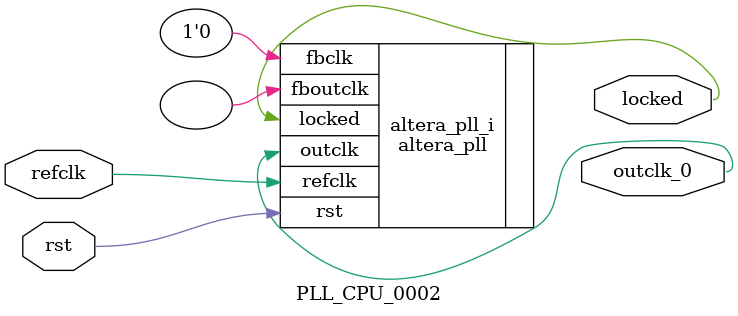
<source format=v>
`timescale 1ns/10ps
module  PLL_CPU_0002(

	// interface 'refclk'
	input wire refclk,

	// interface 'reset'
	input wire rst,

	// interface 'outclk0'
	output wire outclk_0,

	// interface 'locked'
	output wire locked
);

	altera_pll #(
		.fractional_vco_multiplier("false"),
		.reference_clock_frequency("50.0 MHz"),
		.operation_mode("direct"),
		.number_of_clocks(1),
		.output_clock_frequency0("200.000000 MHz"),
		.phase_shift0("0 ps"),
		.duty_cycle0(50),
		.output_clock_frequency1("0 MHz"),
		.phase_shift1("0 ps"),
		.duty_cycle1(50),
		.output_clock_frequency2("0 MHz"),
		.phase_shift2("0 ps"),
		.duty_cycle2(50),
		.output_clock_frequency3("0 MHz"),
		.phase_shift3("0 ps"),
		.duty_cycle3(50),
		.output_clock_frequency4("0 MHz"),
		.phase_shift4("0 ps"),
		.duty_cycle4(50),
		.output_clock_frequency5("0 MHz"),
		.phase_shift5("0 ps"),
		.duty_cycle5(50),
		.output_clock_frequency6("0 MHz"),
		.phase_shift6("0 ps"),
		.duty_cycle6(50),
		.output_clock_frequency7("0 MHz"),
		.phase_shift7("0 ps"),
		.duty_cycle7(50),
		.output_clock_frequency8("0 MHz"),
		.phase_shift8("0 ps"),
		.duty_cycle8(50),
		.output_clock_frequency9("0 MHz"),
		.phase_shift9("0 ps"),
		.duty_cycle9(50),
		.output_clock_frequency10("0 MHz"),
		.phase_shift10("0 ps"),
		.duty_cycle10(50),
		.output_clock_frequency11("0 MHz"),
		.phase_shift11("0 ps"),
		.duty_cycle11(50),
		.output_clock_frequency12("0 MHz"),
		.phase_shift12("0 ps"),
		.duty_cycle12(50),
		.output_clock_frequency13("0 MHz"),
		.phase_shift13("0 ps"),
		.duty_cycle13(50),
		.output_clock_frequency14("0 MHz"),
		.phase_shift14("0 ps"),
		.duty_cycle14(50),
		.output_clock_frequency15("0 MHz"),
		.phase_shift15("0 ps"),
		.duty_cycle15(50),
		.output_clock_frequency16("0 MHz"),
		.phase_shift16("0 ps"),
		.duty_cycle16(50),
		.output_clock_frequency17("0 MHz"),
		.phase_shift17("0 ps"),
		.duty_cycle17(50),
		.pll_type("General"),
		.pll_subtype("General")
	) altera_pll_i (
		.rst	(rst),
		.outclk	({outclk_0}),
		.locked	(locked),
		.fboutclk	( ),
		.fbclk	(1'b0),
		.refclk	(refclk)
	);
endmodule


</source>
